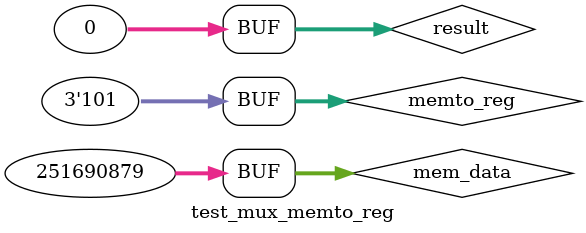
<source format=v>
`timescale 1ns / 1ps


module test_mux_memto_reg;
    reg[31:0]	result;
	reg[31:0]	mem_data;
	reg[2:0]	memto_reg;
	
	wire[31:0]	bus_w_o;
	
	mux_memto_reg mux_memto_reg0(
		.result(result),
		.mem_data(mem_data),
		.memto_reg(memto_reg),
		
		.bus_w_o(bus_w_o)
		);
	
	initial begin
		#0
		result = 32'b0;
		mem_data = 32'b0000_1111_0000_0000_0111_1111_0111_1111;
		memto_reg = 3'b000;
		#50
		memto_reg = 3'b001;
		#50
		memto_reg = 3'b010;
		#50
		memto_reg = 3'b011;
		#50
		memto_reg = 3'b100;
		#50
		memto_reg = 3'b101;
	end
endmodule

</source>
